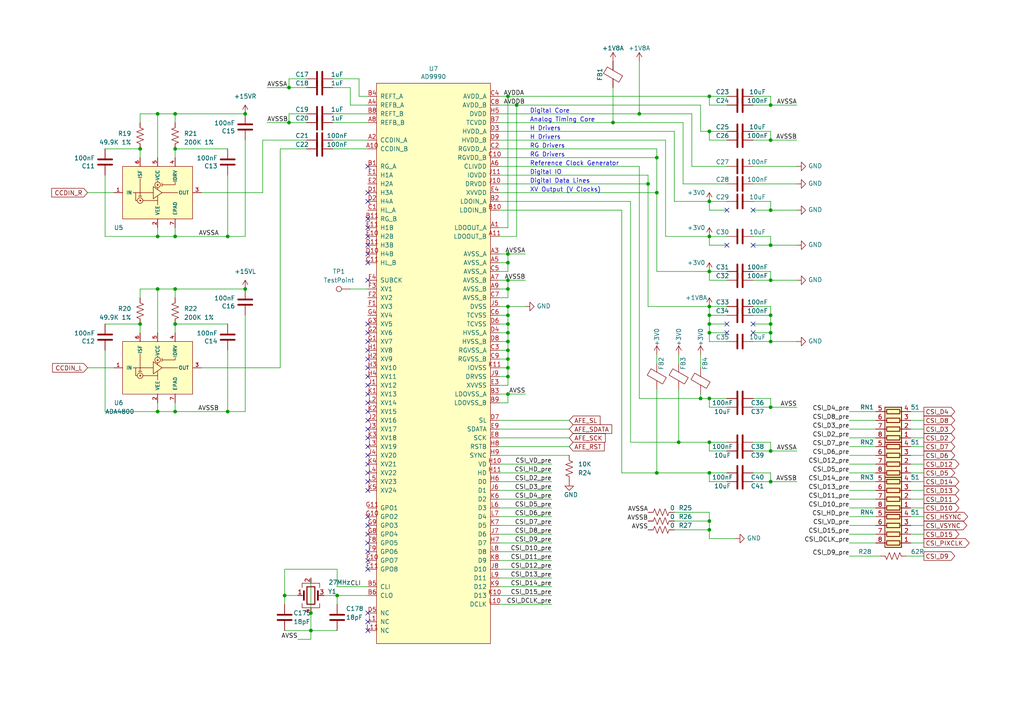
<source format=kicad_sch>
(kicad_sch (version 20231120) (generator "eeschema") (generator_version "8.0")
  (paper "A4")
  (title_block (title "AFE") (date "2024-06-09") (rev "R0.10") (company "Copyright 2024 Anhang Li, Wenting Zhang") (comment 2 "MERCHANTABILITY, SATISFACTORY QUALITY AND FITNESS FOR A PARTICULAR PURPOSE.") (comment 3 "This source is distributed WITHOUT ANY EXPRESS OR IMPLIED WARRANTY, INCLUDING OF") (comment 4 "This source describes Open Hardware and is licensed under the CERN-OHL-P v2."))
  (junction (at 147.32 101.6) (diameter 0.9144))
  (junction (at 83.82 35.56))
  (junction (at 83.82 25.4))
  (junction (at 50.8 119.38))
  (junction (at 45.72 119.38))
  (junction (at 90.17 177.8) (diameter 0.9144))
  (junction (at 223.52 40.64))
  (junction (at 149.86 30.48))
  (junction (at 223.52 99.06))
  (junction (at 147.32 81.28))
  (junction (at 90.17 182.88) (diameter 0.9144))
  (junction (at 223.52 91.44))
  (junction (at 205.74 78.74) (diameter 0.9144))
  (junction (at 147.32 109.22) (diameter 0.9144))
  (junction (at 40.64 43.18))
  (junction (at 205.74 96.52))
  (junction (at 185.42 33.02))
  (junction (at 223.52 96.52))
  (junction (at 223.52 139.7))
  (junction (at 203.2 115.57))
  (junction (at 147.32 106.68) (diameter 0.9144))
  (junction (at 147.32 83.82) (diameter 0.9144))
  (junction (at 205.74 128.27))
  (junction (at 205.74 151.13))
  (junction (at 66.04 119.38))
  (junction (at 223.52 118.11))
  (junction (at 196.85 128.27))
  (junction (at 190.5 137.16))
  (junction (at 50.8 68.58))
  (junction (at 205.74 115.57))
  (junction (at 45.72 33.02) (diameter 0.9144))
  (junction (at 223.52 71.12))
  (junction (at 190.5 45.72))
  (junction (at 147.32 73.66))
  (junction (at 40.64 93.98))
  (junction (at 205.74 38.1) (diameter 0.9144))
  (junction (at 147.32 99.06) (diameter 0.9144))
  (junction (at 190.5 55.88))
  (junction (at 177.8 35.56))
  (junction (at 147.32 93.98) (diameter 0.9144))
  (junction (at 223.52 130.81))
  (junction (at 205.74 91.44))
  (junction (at 147.32 88.9))
  (junction (at 205.74 153.67))
  (junction (at 71.12 33.02))
  (junction (at 147.32 114.3))
  (junction (at 205.74 68.58) (diameter 0.9144))
  (junction (at 71.12 83.82))
  (junction (at 223.52 81.28))
  (junction (at 147.32 96.52) (diameter 0.9144))
  (junction (at 50.8 93.98))
  (junction (at 50.8 43.18))
  (junction (at 66.04 68.58))
  (junction (at 97.79 172.72))
  (junction (at 187.96 53.34))
  (junction (at 205.74 93.98))
  (junction (at 147.32 91.44) (diameter 0.9144))
  (junction (at 50.8 33.02) (diameter 0.9144))
  (junction (at 205.74 137.16))
  (junction (at 45.72 83.82) (diameter 0.9144))
  (junction (at 223.52 93.98))
  (junction (at 147.32 104.14) (diameter 0.9144))
  (junction (at 205.74 27.94) (diameter 0.9144))
  (junction (at 147.32 76.2) (diameter 0.9144))
  (junction (at 147.32 27.94))
  (junction (at 223.52 30.48))
  (junction (at 45.72 68.58))
  (junction (at 205.74 88.9))
  (junction (at 223.52 60.96))
  (junction (at 82.55 172.72) (diameter 0.9144))
  (junction (at 50.8 83.82) (diameter 0.9144))
  (junction (at 205.74 58.42) (diameter 0.9144))
  (no_connect (at 106.68 121.92))
  (no_connect (at 106.68 160.02))
  (no_connect (at 106.68 119.38))
  (no_connect (at 106.68 132.08))
  (no_connect (at 106.68 73.66))
  (no_connect (at 106.68 142.24))
  (no_connect (at 106.68 137.16))
  (no_connect (at 106.68 154.94))
  (no_connect (at 106.68 106.68))
  (no_connect (at 106.68 96.52))
  (no_connect (at 218.44 60.96))
  (no_connect (at 106.68 55.88))
  (no_connect (at 106.68 149.86))
  (no_connect (at 106.68 152.4))
  (no_connect (at 106.68 114.3))
  (no_connect (at 106.68 93.98))
  (no_connect (at 106.68 58.42))
  (no_connect (at 106.68 127))
  (no_connect (at 106.68 139.7))
  (no_connect (at 210.82 60.96))
  (no_connect (at 106.68 109.22))
  (no_connect (at 106.68 165.1))
  (no_connect (at 218.44 93.98))
  (no_connect (at 106.68 129.54))
  (no_connect (at 106.68 182.88))
  (no_connect (at 218.44 71.12))
  (no_connect (at 106.68 104.14))
  (no_connect (at 106.68 99.06))
  (no_connect (at 106.68 134.62))
  (no_connect (at 106.68 157.48))
  (no_connect (at 106.68 63.5))
  (no_connect (at 106.68 66.04))
  (no_connect (at 106.68 68.58))
  (no_connect (at 106.68 76.2))
  (no_connect (at 106.68 48.26))
  (no_connect (at 106.68 81.28))
  (no_connect (at 106.68 101.6))
  (no_connect (at 106.68 177.8))
  (no_connect (at 106.68 180.34))
  (no_connect (at 210.82 71.12))
  (no_connect (at 106.68 111.76))
  (no_connect (at 106.68 124.46))
  (no_connect (at 106.68 116.84))
  (no_connect (at 210.82 96.52))
  (no_connect (at 106.68 71.12))
  (no_connect (at 106.68 162.56))
  (no_connect (at 218.44 96.52))
  (no_connect (at 210.82 93.98))
  (wire (pts (xy 45.72 68.58) (xy 30.48 68.58)))
  (wire (pts (xy 88.9 25.4) (xy 83.82 25.4)))
  (wire (pts (xy 147.32 104.14) (xy 147.32 106.68)))
  (wire (pts (xy 205.74 40.64) (xy 210.82 40.64)))
  (wire (pts (xy 147.32 73.66) (xy 144.78 73.66)))
  (wire (pts (xy 81.28 106.68) (xy 81.28 43.18)))
  (wire (pts (xy 90.17 167.64) (xy 90.17 177.8)))
  (wire (pts (xy 147.32 88.9) (xy 152.4 88.9)))
  (wire (pts (xy 218.44 71.12) (xy 223.52 71.12)))
  (wire (pts (xy 147.32 27.94) (xy 147.32 66.04)))
  (wire (pts (xy 96.52 22.86) (xy 104.14 22.86)))
  (wire (pts (xy 40.64 43.18) (xy 40.64 45.72)))
  (wire (pts (xy 144.78 53.34) (xy 187.96 53.34)))
  (wire (pts (xy 147.32 99.06) (xy 147.32 101.6)))
  (wire (pts (xy 205.74 115.57) (xy 205.74 118.11)))
  (wire (pts (xy 187.96 88.9) (xy 205.74 88.9)))
  (wire (pts (xy 264.16 152.4) (xy 267.97 152.4)))
  (wire (pts (xy 50.8 86.36) (xy 50.8 83.82)))
  (wire (pts (xy 223.52 38.1) (xy 223.52 40.64)))
  (wire (pts (xy 190.5 43.18) (xy 190.5 45.72)))
  (wire (pts (xy 147.32 78.74) (xy 147.32 76.2)))
  (wire (pts (xy 144.78 45.72) (xy 190.5 45.72)))
  (wire (pts (xy 45.72 33.02) (xy 50.8 33.02)))
  (wire (pts (xy 144.78 27.94) (xy 147.32 27.94)))
  (wire (pts (xy 50.8 35.56) (xy 50.8 33.02)))
  (wire (pts (xy 97.79 182.88) (xy 90.17 182.88)))
  (wire (pts (xy 40.64 35.56) (xy 40.64 33.02)))
  (wire (pts (xy 144.78 172.72) (xy 160.02 172.72)))
  (wire (pts (xy 25.4 106.68) (xy 33.02 106.68)))
  (wire (pts (xy 187.96 50.8) (xy 187.96 53.34)))
  (wire (pts (xy 144.78 114.3) (xy 147.32 114.3)))
  (wire (pts (xy 246.38 119.38) (xy 254 119.38)))
  (wire (pts (xy 193.04 68.58) (xy 193.04 40.64)))
  (wire (pts (xy 30.48 119.38) (xy 45.72 119.38)))
  (wire (pts (xy 97.79 172.72) (xy 106.68 172.72)))
  (wire (pts (xy 223.52 81.28) (xy 231.14 81.28)))
  (wire (pts (xy 223.52 91.44) (xy 223.52 93.98)))
  (wire (pts (xy 147.32 93.98) (xy 147.32 91.44)))
  (wire (pts (xy 58.42 55.88) (xy 76.2 55.88)))
  (wire (pts (xy 144.78 86.36) (xy 147.32 86.36)))
  (wire (pts (xy 144.78 160.02) (xy 160.02 160.02)))
  (wire (pts (xy 205.74 156.21) (xy 205.74 153.67)))
  (wire (pts (xy 144.78 38.1) (xy 195.58 38.1)))
  (wire (pts (xy 223.52 137.16) (xy 218.44 137.16)))
  (wire (pts (xy 223.52 78.74) (xy 223.52 81.28)))
  (wire (pts (xy 196.85 102.87) (xy 196.85 105.41)))
  (wire (pts (xy 66.04 50.8) (xy 66.04 68.58)))
  (wire (pts (xy 83.82 33.02) (xy 88.9 33.02)))
  (wire (pts (xy 147.32 106.68) (xy 147.32 109.22)))
  (wire (pts (xy 144.78 165.1) (xy 160.02 165.1)))
  (wire (pts (xy 147.32 96.52) (xy 147.32 93.98)))
  (wire (pts (xy 40.64 33.02) (xy 45.72 33.02)))
  (wire (pts (xy 246.38 154.94) (xy 254 154.94)))
  (wire (pts (xy 264.16 137.16) (xy 267.97 137.16)))
  (wire (pts (xy 144.78 81.28) (xy 147.32 81.28)))
  (wire (pts (xy 58.42 106.68) (xy 81.28 106.68)))
  (wire (pts (xy 246.38 137.16) (xy 254 137.16)))
  (wire (pts (xy 205.74 78.74) (xy 205.74 81.28)))
  (wire (pts (xy 165.1 132.08) (xy 144.78 132.08)))
  (wire (pts (xy 205.74 156.21) (xy 213.36 156.21)))
  (wire (pts (xy 50.8 116.84) (xy 50.8 119.38)))
  (wire (pts (xy 205.74 78.74) (xy 210.82 78.74)))
  (wire (pts (xy 223.52 30.48) (xy 231.14 30.48)))
  (wire (pts (xy 205.74 91.44) (xy 205.74 93.98)))
  (wire (pts (xy 200.66 48.26) (xy 210.82 48.26)))
  (wire (pts (xy 246.38 152.4) (xy 254 152.4)))
  (wire (pts (xy 147.32 114.3) (xy 152.4 114.3)))
  (wire (pts (xy 144.78 116.84) (xy 147.32 116.84)))
  (wire (pts (xy 96.52 43.18) (xy 106.68 43.18)))
  (wire (pts (xy 218.44 53.34) (xy 231.14 53.34)))
  (wire (pts (xy 147.32 78.74) (xy 144.78 78.74)))
  (wire (pts (xy 218.44 81.28) (xy 223.52 81.28)))
  (wire (pts (xy 190.5 113.03) (xy 190.5 137.16)))
  (wire (pts (xy 223.52 96.52) (xy 223.52 99.06)))
  (wire (pts (xy 205.74 88.9) (xy 210.82 88.9)))
  (wire (pts (xy 82.55 182.88) (xy 90.17 182.88)))
  (wire (pts (xy 144.78 66.04) (xy 147.32 66.04)))
  (wire (pts (xy 106.68 30.48) (xy 101.6 30.48)))
  (wire (pts (xy 223.52 128.27) (xy 218.44 128.27)))
  (wire (pts (xy 205.74 91.44) (xy 210.82 91.44)))
  (wire (pts (xy 144.78 147.32) (xy 160.02 147.32)))
  (wire (pts (xy 195.58 38.1) (xy 195.58 58.42)))
  (wire (pts (xy 246.38 124.46) (xy 254 124.46)))
  (wire (pts (xy 205.74 71.12) (xy 205.74 68.58)))
  (wire (pts (xy 177.8 25.4) (xy 177.8 35.56)))
  (wire (pts (xy 205.74 93.98) (xy 210.82 93.98)))
  (wire (pts (xy 88.9 35.56) (xy 83.82 35.56)))
  (wire (pts (xy 180.34 137.16) (xy 180.34 60.96)))
  (wire (pts (xy 177.8 35.56) (xy 198.12 35.56)))
  (wire (pts (xy 203.2 115.57) (xy 205.74 115.57)))
  (wire (pts (xy 218.44 40.64) (xy 223.52 40.64)))
  (wire (pts (xy 195.58 151.13) (xy 205.74 151.13)))
  (wire (pts (xy 101.6 25.4) (xy 96.52 25.4)))
  (wire (pts (xy 246.38 132.08) (xy 254 132.08)))
  (wire (pts (xy 165.1 124.46) (xy 144.78 124.46)))
  (wire (pts (xy 223.52 118.11) (xy 231.14 118.11)))
  (wire (pts (xy 205.74 27.94) (xy 210.82 27.94)))
  (wire (pts (xy 144.78 109.22) (xy 147.32 109.22)))
  (wire (pts (xy 205.74 96.52) (xy 205.74 99.06)))
  (wire (pts (xy 218.44 91.44) (xy 223.52 91.44)))
  (wire (pts (xy 90.17 185.42) (xy 90.17 182.88)))
  (wire (pts (xy 147.32 96.52) (xy 144.78 96.52)))
  (wire (pts (xy 50.8 119.38) (xy 66.04 119.38)))
  (wire (pts (xy 182.88 128.27) (xy 196.85 128.27)))
  (wire (pts (xy 223.52 88.9) (xy 223.52 91.44)))
  (wire (pts (xy 83.82 22.86) (xy 83.82 25.4)))
  (wire (pts (xy 205.74 88.9) (xy 205.74 91.44)))
  (wire (pts (xy 144.78 60.96) (xy 180.34 60.96)))
  (wire (pts (xy 45.72 116.84) (xy 45.72 119.38)))
  (wire (pts (xy 147.32 96.52) (xy 147.32 99.06)))
  (wire (pts (xy 223.52 139.7) (xy 231.14 139.7)))
  (wire (pts (xy 40.64 86.36) (xy 40.64 83.82)))
  (wire (pts (xy 223.52 40.64) (xy 231.14 40.64)))
  (wire (pts (xy 96.52 33.02) (xy 106.68 33.02)))
  (wire (pts (xy 205.74 153.67) (xy 195.58 153.67)))
  (wire (pts (xy 200.66 33.02) (xy 200.66 48.26)))
  (wire (pts (xy 205.74 38.1) (xy 210.82 38.1)))
  (wire (pts (xy 147.32 86.36) (xy 147.32 83.82)))
  (wire (pts (xy 66.04 43.18) (xy 50.8 43.18)))
  (wire (pts (xy 76.2 40.64) (xy 88.9 40.64)))
  (wire (pts (xy 86.36 185.42) (xy 90.17 185.42)))
  (wire (pts (xy 246.38 149.86) (xy 254 149.86)))
  (wire (pts (xy 147.32 73.66) (xy 152.4 73.66)))
  (wire (pts (xy 101.6 83.82) (xy 106.68 83.82)))
  (wire (pts (xy 198.12 53.34) (xy 210.82 53.34)))
  (wire (pts (xy 200.66 33.02) (xy 185.42 33.02)))
  (wire (pts (xy 264.16 132.08) (xy 267.97 132.08)))
  (wire (pts (xy 45.72 66.04) (xy 45.72 68.58)))
  (wire (pts (xy 218.44 38.1) (xy 223.52 38.1)))
  (wire (pts (xy 97.79 170.18) (xy 106.68 170.18)))
  (wire (pts (xy 264.16 119.38) (xy 267.97 119.38)))
  (wire (pts (xy 218.44 78.74) (xy 223.52 78.74)))
  (wire (pts (xy 30.48 93.98) (xy 40.64 93.98)))
  (wire (pts (xy 71.12 91.44) (xy 71.12 119.38)))
  (wire (pts (xy 218.44 88.9) (xy 223.52 88.9)))
  (wire (pts (xy 223.52 130.81) (xy 223.52 128.27)))
  (wire (pts (xy 144.78 157.48) (xy 160.02 157.48)))
  (wire (pts (xy 205.74 96.52) (xy 210.82 96.52)))
  (wire (pts (xy 90.17 177.8) (xy 90.17 182.88)))
  (wire (pts (xy 264.16 121.92) (xy 267.97 121.92)))
  (wire (pts (xy 45.72 96.52) (xy 45.72 83.82)))
  (wire (pts (xy 218.44 139.7) (xy 223.52 139.7)))
  (wire (pts (xy 144.78 55.88) (xy 190.5 55.88)))
  (wire (pts (xy 50.8 66.04) (xy 50.8 68.58)))
  (wire (pts (xy 144.78 152.4) (xy 160.02 152.4)))
  (wire (pts (xy 144.78 43.18) (xy 190.5 43.18)))
  (wire (pts (xy 144.78 68.58) (xy 149.86 68.58)))
  (wire (pts (xy 190.5 55.88) (xy 190.5 78.74)))
  (wire (pts (xy 147.32 91.44) (xy 147.32 88.9)))
  (wire (pts (xy 223.52 71.12) (xy 231.14 71.12)))
  (wire (pts (xy 246.38 127) (xy 254 127)))
  (wire (pts (xy 40.64 93.98) (xy 40.64 96.52)))
  (wire (pts (xy 144.78 139.7) (xy 160.02 139.7)))
  (wire (pts (xy 147.32 91.44) (xy 144.78 91.44)))
  (wire (pts (xy 246.38 134.62) (xy 254 134.62)))
  (wire (pts (xy 218.44 93.98) (xy 223.52 93.98)))
  (wire (pts (xy 149.86 68.58) (xy 149.86 30.48)))
  (wire (pts (xy 180.34 137.16) (xy 190.5 137.16)))
  (wire (pts (xy 264.16 129.54) (xy 267.97 129.54)))
  (wire (pts (xy 147.32 27.94) (xy 205.74 27.94)))
  (wire (pts (xy 205.74 68.58) (xy 210.82 68.58)))
  (wire (pts (xy 190.5 78.74) (xy 205.74 78.74)))
  (wire (pts (xy 182.88 58.42) (xy 182.88 128.27)))
  (wire (pts (xy 246.38 157.48) (xy 254 157.48)))
  (wire (pts (xy 185.42 17.78) (xy 185.42 33.02)))
  (wire (pts (xy 144.78 104.14) (xy 147.32 104.14)))
  (wire (pts (xy 30.48 68.58) (xy 30.48 50.8)))
  (wire (pts (xy 205.74 137.16) (xy 210.82 137.16)))
  (wire (pts (xy 223.52 60.96) (xy 231.14 60.96)))
  (wire (pts (xy 190.5 102.87) (xy 190.5 105.41)))
  (wire (pts (xy 205.74 68.58) (xy 193.04 68.58)))
  (wire (pts (xy 144.78 88.9) (xy 147.32 88.9)))
  (wire (pts (xy 40.64 83.82) (xy 45.72 83.82)))
  (wire (pts (xy 144.78 144.78) (xy 160.02 144.78)))
  (wire (pts (xy 203.2 38.1) (xy 205.74 38.1)))
  (wire (pts (xy 147.32 106.68) (xy 144.78 106.68)))
  (wire (pts (xy 144.78 162.56) (xy 160.02 162.56)))
  (wire (pts (xy 205.74 58.42) (xy 210.82 58.42)))
  (wire (pts (xy 205.74 93.98) (xy 205.74 96.52)))
  (wire (pts (xy 223.52 139.7) (xy 223.52 137.16)))
  (wire (pts (xy 144.78 48.26) (xy 185.42 48.26)))
  (wire (pts (xy 30.48 43.18) (xy 40.64 43.18)))
  (wire (pts (xy 246.38 121.92) (xy 254 121.92)))
  (wire (pts (xy 86.36 172.72) (xy 82.55 172.72)))
  (wire (pts (xy 147.32 101.6) (xy 144.78 101.6)))
  (wire (pts (xy 223.52 58.42) (xy 223.52 60.96)))
  (wire (pts (xy 196.85 128.27) (xy 205.74 128.27)))
  (wire (pts (xy 246.38 161.29) (xy 255.27 161.29)))
  (wire (pts (xy 210.82 139.7) (xy 205.74 139.7)))
  (wire (pts (xy 196.85 113.03) (xy 196.85 128.27)))
  (wire (pts (xy 218.44 99.06) (xy 223.52 99.06)))
  (wire (pts (xy 223.52 99.06) (xy 231.14 99.06)))
  (wire (pts (xy 190.5 45.72) (xy 190.5 55.88)))
  (wire (pts (xy 45.72 83.82) (xy 50.8 83.82)))
  (wire (pts (xy 77.47 35.56) (xy 83.82 35.56)))
  (wire (pts (xy 190.5 137.16) (xy 205.74 137.16)))
  (wire (pts (xy 96.52 40.64) (xy 106.68 40.64)))
  (wire (pts (xy 223.52 115.57) (xy 218.44 115.57)))
  (wire (pts (xy 25.4 55.88) (xy 33.02 55.88)))
  (wire (pts (xy 50.8 33.02) (xy 71.12 33.02)))
  (wire (pts (xy 144.78 99.06) (xy 147.32 99.06)))
  (wire (pts (xy 147.32 111.76) (xy 144.78 111.76)))
  (wire (pts (xy 210.82 60.96) (xy 205.74 60.96)))
  (wire (pts (xy 223.52 27.94) (xy 223.52 30.48)))
  (wire (pts (xy 205.74 128.27) (xy 210.82 128.27)))
  (wire (pts (xy 147.32 81.28) (xy 152.4 81.28)))
  (wire (pts (xy 193.04 40.64) (xy 144.78 40.64)))
  (wire (pts (xy 147.32 83.82) (xy 144.78 83.82)))
  (wire (pts (xy 205.74 60.96) (xy 205.74 58.42)))
  (wire (pts (xy 144.78 170.18) (xy 160.02 170.18)))
  (wire (pts (xy 45.72 119.38) (xy 50.8 119.38)))
  (wire (pts (xy 144.78 137.16) (xy 160.02 137.16)))
  (wire (pts (xy 264.16 139.7) (xy 267.97 139.7)))
  (wire (pts (xy 246.38 129.54) (xy 254 129.54)))
  (wire (pts (xy 144.78 33.02) (xy 185.42 33.02)))
  (wire (pts (xy 218.44 30.48) (xy 223.52 30.48)))
  (wire (pts (xy 149.86 30.48) (xy 203.2 30.48)))
  (wire (pts (xy 165.1 129.54) (xy 144.78 129.54)))
  (wire (pts (xy 264.16 127) (xy 267.97 127)))
  (wire (pts (xy 144.78 35.56) (xy 177.8 35.56)))
  (wire (pts (xy 205.74 137.16) (xy 205.74 139.7)))
  (wire (pts (xy 218.44 130.81) (xy 223.52 130.81)))
  (wire (pts (xy 205.74 148.59) (xy 205.74 151.13)))
  (wire (pts (xy 223.52 130.81) (xy 231.14 130.81)))
  (wire (pts (xy 30.48 119.38) (xy 30.48 101.6)))
  (wire (pts (xy 210.82 99.06) (xy 205.74 99.06)))
  (wire (pts (xy 144.78 50.8) (xy 187.96 50.8)))
  (wire (pts (xy 144.78 167.64) (xy 160.02 167.64)))
  (wire (pts (xy 203.2 102.87) (xy 203.2 106.68)))
  (wire (pts (xy 82.55 172.72) (xy 82.55 175.26)))
  (wire (pts (xy 262.89 161.29) (xy 267.97 161.29)))
  (wire (pts (xy 264.16 144.78) (xy 267.97 144.78)))
  (wire (pts (xy 82.55 165.1) (xy 97.79 165.1)))
  (wire (pts (xy 66.04 68.58) (xy 50.8 68.58)))
  (wire (pts (xy 185.42 48.26) (xy 185.42 115.57)))
  (wire (pts (xy 264.16 149.86) (xy 267.97 149.86)))
  (wire (pts (xy 205.74 38.1) (xy 205.74 40.64)))
  (wire (pts (xy 144.78 149.86) (xy 160.02 149.86)))
  (wire (pts (xy 45.72 45.72) (xy 45.72 33.02)))
  (wire (pts (xy 144.78 142.24) (xy 160.02 142.24)))
  (wire (pts (xy 210.82 81.28) (xy 205.74 81.28)))
  (wire (pts (xy 88.9 43.18) (xy 81.28 43.18)))
  (wire (pts (xy 147.32 109.22) (xy 147.32 111.76)))
  (wire (pts (xy 218.44 58.42) (xy 223.52 58.42)))
  (wire (pts (xy 205.74 115.57) (xy 210.82 115.57)))
  (wire (pts (xy 205.74 151.13) (xy 205.74 153.67)))
  (wire (pts (xy 218.44 118.11) (xy 223.52 118.11)))
  (wire (pts (xy 218.44 68.58) (xy 223.52 68.58)))
  (wire (pts (xy 203.2 30.48) (xy 203.2 38.1)))
  (wire (pts (xy 187.96 53.34) (xy 187.96 88.9)))
  (wire (pts (xy 195.58 58.42) (xy 205.74 58.42)))
  (wire (pts (xy 50.8 93.98) (xy 50.8 96.52)))
  (wire (pts (xy 218.44 48.26) (xy 231.14 48.26)))
  (wire (pts (xy 144.78 93.98) (xy 147.32 93.98)))
  (wire (pts (xy 218.44 96.52) (xy 223.52 96.52)))
  (wire (pts (xy 71.12 68.58) (xy 66.04 68.58)))
  (wire (pts (xy 246.38 142.24) (xy 254 142.24)))
  (wire (pts (xy 264.16 157.48) (xy 267.97 157.48)))
  (wire (pts (xy 76.2 55.88) (xy 76.2 40.64)))
  (wire (pts (xy 77.47 25.4) (xy 83.82 25.4)))
  (wire (pts (xy 147.32 83.82) (xy 147.32 81.28)))
  (wire (pts (xy 147.32 76.2) (xy 147.32 73.66)))
  (wire (pts (xy 144.78 58.42) (xy 182.88 58.42)))
  (wire (pts (xy 83.82 33.02) (xy 83.82 35.56)))
  (wire (pts (xy 223.52 93.98) (xy 223.52 96.52)))
  (wire (pts (xy 144.78 175.26) (xy 160.02 175.26)))
  (wire (pts (xy 71.12 40.64) (xy 71.12 68.58)))
  (wire (pts (xy 210.82 130.81) (xy 205.74 130.81)))
  (wire (pts (xy 96.52 35.56) (xy 106.68 35.56)))
  (wire (pts (xy 218.44 60.96) (xy 223.52 60.96)))
  (wire (pts (xy 88.9 22.86) (xy 83.82 22.86)))
  (wire (pts (xy 50.8 43.18) (xy 50.8 45.72)))
  (wire (pts (xy 264.16 124.46) (xy 267.97 124.46)))
  (wire (pts (xy 264.16 142.24) (xy 267.97 142.24)))
  (wire (pts (xy 218.44 27.94) (xy 223.52 27.94)))
  (wire (pts (xy 185.42 115.57) (xy 203.2 115.57)))
  (wire (pts (xy 205.74 30.48) (xy 205.74 27.94)))
  (wire (pts (xy 210.82 118.11) (xy 205.74 118.11)))
  (wire (pts (xy 144.78 134.62) (xy 160.02 134.62)))
  (wire (pts (xy 106.68 27.94) (xy 104.14 27.94)))
  (wire (pts (xy 97.79 172.72) (xy 97.79 175.26)))
  (wire (pts (xy 82.55 165.1) (xy 82.55 172.72)))
  (wire (pts (xy 66.04 101.6) (xy 66.04 119.38)))
  (wire (pts (xy 223.52 118.11) (xy 223.52 115.57)))
  (wire (pts (xy 93.98 172.72) (xy 97.79 172.72)))
  (wire (pts (xy 210.82 71.12) (xy 205.74 71.12)))
  (wire (pts (xy 97.79 165.1) (xy 97.79 170.18)))
  (wire (pts (xy 144.78 30.48) (xy 149.86 30.48)))
  (wire (pts (xy 264.16 134.62) (xy 267.97 134.62)))
  (wire (pts (xy 147.32 101.6) (xy 147.32 104.14)))
  (wire (pts (xy 104.14 27.94) (xy 104.14 22.86)))
  (wire (pts (xy 144.78 76.2) (xy 147.32 76.2)))
  (wire (pts (xy 264.16 147.32) (xy 267.97 147.32)))
  (wire (pts (xy 50.8 68.58) (xy 45.72 68.58)))
  (wire (pts (xy 210.82 30.48) (xy 205.74 30.48)))
  (wire (pts (xy 246.38 144.78) (xy 254 144.78)))
  (wire (pts (xy 71.12 119.38) (xy 66.04 119.38)))
  (wire (pts (xy 198.12 53.34) (xy 198.12 35.56)))
  (wire (pts (xy 50.8 83.82) (xy 71.12 83.82)))
  (wire (pts (xy 246.38 139.7) (xy 254 139.7)))
  (wire (pts (xy 147.32 114.3) (xy 147.32 116.84)))
  (wire (pts (xy 203.2 114.3) (xy 203.2 115.57)))
  (wire (pts (xy 205.74 128.27) (xy 205.74 130.81)))
  (wire (pts (xy 264.16 154.94) (xy 267.97 154.94)))
  (wire (pts (xy 223.52 68.58) (xy 223.52 71.12)))
  (wire (pts (xy 195.58 148.59) (xy 205.74 148.59)))
  (wire (pts (xy 101.6 30.48) (xy 101.6 25.4)))
  (wire (pts (xy 144.78 154.94) (xy 160.02 154.94)))
  (wire (pts (xy 165.1 121.92) (xy 144.78 121.92)))
  (wire (pts (xy 246.38 147.32) (xy 254 147.32)))
  (wire (pts (xy 165.1 127) (xy 144.78 127)))
  (wire (pts (xy 66.04 93.98) (xy 50.8 93.98)))
  (text "RG Drivers" (at 153.67 43.18 0) (effects (font (size 1.27 1.27)) (justify left bottom)))
  (text "Digital Data Lines" (at 153.67 53.34 0) (effects (font (size 1.27 1.27)) (justify left bottom)))
  (text "Digital Core" (at 153.67 33.02 0) (effects (font (size 1.27 1.27)) (justify left bottom)))
  (text "Digital IO" (at 153.67 50.8 0) (effects (font (size 1.27 1.27)) (justify left bottom)))
  (text "Reference Clock Generator" (at 153.67 48.26 0) (effects (font (size 1.27 1.27)) (justify left bottom)))
  (text "H Drivers" (at 153.67 38.1 0) (effects (font (size 1.27 1.27)) (justify left bottom)))
  (text "H Drivers" (at 153.67 40.64 0) (effects (font (size 1.27 1.27)) (justify left bottom)))
  (text "RG Drivers" (at 153.67 45.72 0) (effects (font (size 1.27 1.27)) (justify left bottom)))
  (text "Analog Timing Core" (at 153.67 35.56 0) (effects (font (size 1.27 1.27)) (justify left bottom)))
  (text "XV Output (V Clocks)" (at 153.67 55.88 0) (effects (font (size 1.27 1.27)) (justify left bottom)))
  (label "CSI_D15_pre" (at 160.02 172.72 180))
  (label "AVSSB" (at 77.47 35.56 0))
  (label "CSI_D4_pre" (at 160.02 144.78 180))
  (label "CSI_D5_pre" (at 160.02 147.32 180))
  (label "AVDDA" (at 146.05 27.94 0))
  (label "CSI_D6_pre" (at 246.38 132.08 180))
  (label "CLI" (at 101.6 170.18 0))
  (label "AVSSA" (at 77.47 25.4 0))
  (label "CSI_D11_pre" (at 246.38 144.78 180))
  (label "CSI_D13_pre" (at 160.02 167.64 180))
  (label "CSI_D6_pre" (at 160.02 149.86 180))
  (label "CSI_D8_pre" (at 246.38 121.92 180))
  (label "AVSS" (at 86.36 185.42 180))
  (label "CSI_D14_pre" (at 160.02 170.18 180))
  (label "CSI_D14_pre" (at 246.38 139.7 180))
  (label "CSI_D3_pre" (at 160.02 142.24 180))
  (label "AVSSB" (at 187.96 151.13 180))
  (label "AVSS" (at 231.14 118.11 180))
  (label "CSI_D2_pre" (at 246.38 127 180))
  (label "CSI_D10_pre" (at 160.02 160.02 180))
  (label "CSI_DCLK_pre" (at 246.38 157.48 180))
  (label "AVSSB" (at 152.4 81.28 180))
  (label "CSI_D9_pre" (at 160.02 157.48 180))
  (label "AVSSA" (at 152.4 73.66 180))
  (label "CSI_D5_pre" (at 246.38 137.16 180))
  (label "AVSSA" (at 231.14 130.81 180))
  (label "AVDDB" (at 146.05 30.48 0))
  (label "CSI_HD_pre" (at 160.02 137.16 180))
  (label "AVSSB" (at 231.14 139.7 180))
  (label "CSI_HD_pre" (at 246.38 149.86 180))
  (label "AVSSA" (at 187.96 148.59 180))
  (label "AVSSB" (at 231.14 40.64 180))
  (label "AVSSA" (at 63.5 68.58 180))
  (label "AVSS" (at 187.96 153.67 180))
  (label "AVSSB" (at 63.5 119.38 180))
  (label "CSI_VD_pre" (at 246.38 152.4 180))
  (label "CSI_D13_pre" (at 246.38 142.24 180))
  (label "CSI_D2_pre" (at 160.02 139.7 180))
  (label "CSI_D3_pre" (at 246.38 124.46 180))
  (label "CSI_D11_pre" (at 160.02 162.56 180))
  (label "AVSS" (at 152.4 114.3 180))
  (label "CSI_D7_pre" (at 160.02 152.4 180))
  (label "CSI_D8_pre" (at 160.02 154.94 180))
  (label "CSI_D9_pre" (at 246.38 161.29 180))
  (label "CSI_D12_pre" (at 160.02 165.1 180))
  (label "CSI_DCLK_pre" (at 160.02 175.26 180))
  (label "CSI_VD_pre" (at 160.02 134.62 180))
  (label "CSI_D10_pre" (at 246.38 147.32 180))
  (label "AVSSA" (at 231.14 30.48 180))
  (label "CSI_D12_pre" (at 246.38 134.62 180))
  (label "CSI_D15_pre" (at 246.38 154.94 180))
  (label "CSI_D4_pre" (at 246.38 119.38 180))
  (label "CSI_D7_pre" (at 246.38 129.54 180))
  (global_label "AFE_RST" (shape input) (at 165.1 129.54 0) (property "Intersheetrefs" "${INTERSHEET_REFS}" (effects (hide yes))))
  (global_label "CSI_D9" (shape output) (at 267.97 161.29 0) (property "Intersheetrefs" "${INTERSHEET_REFS}" (effects (hide yes))))
  (global_label "CSI_D4" (shape output) (at 267.97 119.38 0) (property "Intersheetrefs" "${INTERSHEET_REFS}" (effects (hide yes))))
  (global_label "AFE_SL" (shape input) (at 165.1 121.92 0) (property "Intersheetrefs" "${INTERSHEET_REFS}" (effects (hide yes))))
  (global_label "AFE_SDATA" (shape input) (at 165.1 124.46 0) (property "Intersheetrefs" "${INTERSHEET_REFS}" (effects (hide yes))))
  (global_label "CSI_PIXCLK" (shape output) (at 267.97 157.48 0) (property "Intersheetrefs" "${INTERSHEET_REFS}" (effects (hide yes))))
  (global_label "CSI_D2" (shape output) (at 267.97 127 0) (property "Intersheetrefs" "${INTERSHEET_REFS}" (effects (hide yes))))
  (global_label "CSI_D3" (shape output) (at 267.97 124.46 0) (property "Intersheetrefs" "${INTERSHEET_REFS}" (effects (hide yes))))
  (global_label "CSI_HSYNC" (shape output) (at 267.97 149.86 0) (property "Intersheetrefs" "${INTERSHEET_REFS}" (effects (hide yes))))
  (global_label "CSI_D13" (shape output) (at 267.97 142.24 0) (property "Intersheetrefs" "${INTERSHEET_REFS}" (effects (hide yes))))
  (global_label "CSI_D15" (shape output) (at 267.97 154.94 0) (property "Intersheetrefs" "${INTERSHEET_REFS}" (effects (hide yes))))
  (global_label "CSI_D12" (shape output) (at 267.97 134.62 0) (property "Intersheetrefs" "${INTERSHEET_REFS}" (effects (hide yes))))
  (global_label "CSI_D5" (shape output) (at 267.97 137.16 0) (property "Intersheetrefs" "${INTERSHEET_REFS}" (effects (hide yes))))
  (global_label "CSI_D6" (shape output) (at 267.97 132.08 0) (property "Intersheetrefs" "${INTERSHEET_REFS}" (effects (hide yes))))
  (global_label "CCDIN_L" (shape input) (at 25.4 106.68 180) (property "Intersheetrefs" "${INTERSHEET_REFS}" (effects (hide yes))))
  (global_label "CSI_D7" (shape output) (at 267.97 129.54 0) (property "Intersheetrefs" "${INTERSHEET_REFS}" (effects (hide yes))))
  (global_label "CSI_D8" (shape output) (at 267.97 121.92 0) (property "Intersheetrefs" "${INTERSHEET_REFS}" (effects (hide yes))))
  (global_label "CCDIN_R" (shape input) (at 25.4 55.88 180) (property "Intersheetrefs" "${INTERSHEET_REFS}" (effects (hide yes))))
  (global_label "CSI_D14" (shape output) (at 267.97 139.7 0) (property "Intersheetrefs" "${INTERSHEET_REFS}" (effects (hide yes))))
  (global_label "CSI_VSYNC" (shape output) (at 267.97 152.4 0) (property "Intersheetrefs" "${INTERSHEET_REFS}" (effects (hide yes))))
  (global_label "CSI_D10" (shape output) (at 267.97 147.32 0) (property "Intersheetrefs" "${INTERSHEET_REFS}" (effects (hide yes))))
  (global_label "AFE_SCK" (shape input) (at 165.1 127 0) (property "Intersheetrefs" "${INTERSHEET_REFS}" (effects (hide yes))))
  (global_label "CSI_D11" (shape output) (at 267.97 144.78 0) (property "Intersheetrefs" "${INTERSHEET_REFS}" (effects (hide yes))))
  (symbol (lib_id "Device:R_US") (at 40.64 39.37 0) (unit 1)
    (property "Reference" "R19" (at 38.1 38.735 0) (effects (justify right)))
    (property "Value" "49.9K 1%" (at 38.1 41.275 0) (effects (justify right)))
    (property "Footprint" "Resistor_SMD:R_0402_1005Metric" (effects (hide yes)))
  )
  (symbol (lib_id "Device:C") (at 214.63 27.94 270) (unit 1)
    (property "Reference" "C23" (at 209.55 26.67 90))
    (property "Value" "10uF" (at 219.71 26.67 90))
    (property "Footprint" "Capacitor_SMD:C_0603_1608Metric" (effects (hide yes)))
  )
  (symbol (lib_id "power:+1V8") (at 177.8 17.78 0) (unit 1)
    (property "Reference" "#PWR048" (effects (hide yes)))
    (property "Value" "+1V8A" (at 177.8 13.97 0))
  )
  (symbol (lib_id "Device:C") (at 214.63 137.16 90) (unit 1)
    (property "Reference" "C40" (at 219.71 138.43 90))
    (property "Value" "100nF" (at 209.55 138.43 90))
    (property "Footprint" "Capacitor_SMD:C_0402_1005Metric" (effects (hide yes)))
  )
  (symbol (lib_id "power:GND") (at 165.1 139.7 0) (unit 1)
    (property "Reference" "#PWR047" (effects (hide yes)))
    (property "Value" "GND" (at 167.64 143.51 0) (effects (justify right)))
  )
  (symbol (lib_id "Device:C") (at 92.71 22.86 270) (unit 1)
    (property "Reference" "C17" (at 87.63 21.59 90))
    (property "Value" "1uF" (at 97.79 21.59 90))
    (property "Footprint" "Capacitor_SMD:C_0402_1005Metric" (effects (hide yes)))
  )
  (symbol (lib_id "power:GND") (at 231.14 81.28 90) (unit 1)
    (property "Reference" "#PWR0286" (effects (hide yes)))
    (property "Value" "GND" (at 234.3912 81.153 90) (effects (justify right)))
  )
  (symbol (lib_id "Device:C") (at 214.63 53.34 270) (unit 1)
    (property "Reference" "C28" (at 209.55 52.07 90))
    (property "Value" "100nF" (at 219.71 52.07 90))
    (property "Footprint" "Capacitor_SMD:C_0402_1005Metric" (effects (hide yes)))
  )
  (symbol (lib_id "Device:C") (at 66.04 46.99 0) (unit 1)
    (property "Reference" "C13" (at 63.119 48.1584 0) (effects (justify right)))
    (property "Value" "100nF" (at 63.119 45.847 0) (effects (justify right)))
    (property "Footprint" "Capacitor_SMD:C_0402_1005Metric" (effects (hide yes)))
  )
  (symbol (lib_id "power:+3V0") (at 203.2 102.87 0) (unit 1)
    (property "Reference" "#PWR052" (effects (hide yes)))
    (property "Value" "+3V0" (at 203.2 97.79 90))
  )
  (symbol (lib_id "Device:FerriteBead") (at 190.5 109.22 0) (unit 1)
    (property "Reference" "FB2" (at 191.77 105.41 90))
    (property "Value" "120R" (effects (hide yes)))
    (property "Footprint" "Inductor_SMD:L_0402_1005Metric" (effects (hide yes)))
  )
  (symbol (lib_id "Device:R_Pack04") (at 259.08 132.08 90) (unit 1)
    (property "Reference" "RN2" (at 251.46 128.27 90))
    (property "Value" "51" (at 265.43 128.27 90))
    (property "Footprint" "Resistor_SMD:R_Array_Convex_4x0402" (effects (hide yes)))
  )
  (symbol (lib_id "Device:FerriteBead") (at 203.2 110.49 0) (unit 1)
    (property "Reference" "FB4" (at 204.47 105.41 90))
    (property "Value" "120R" (effects (hide yes)))
    (property "Footprint" "Inductor_SMD:L_0402_1005Metric" (effects (hide yes)))
  )
  (symbol (lib_id "power:GND") (at 231.14 53.34 90) (unit 1)
    (property "Reference" "#PWR057" (effects (hide yes)))
    (property "Value" "GND" (at 234.3912 53.213 90) (effects (justify right)))
  )
  (symbol (lib_id "power:+3V0") (at 190.5 102.87 0) (unit 1)
    (property "Reference" "#PWR050" (effects (hide yes)))
    (property "Value" "+3V0" (at 190.5 97.79 90))
  )
  (symbol (lib_id "Device:C") (at 214.63 118.11 90) (unit 1)
    (property "Reference" "C37" (at 219.71 119.38 90))
    (property "Value" "10uF" (at 209.55 119.38 90))
    (property "Footprint" "Capacitor_SMD:C_0603_1608Metric" (effects (hide yes)))
  )
  (symbol (lib_id "Device:C") (at 30.48 97.79 0) (unit 1)
    (property "Reference" "C12" (at 27.559 98.9584 0) (effects (justify right)))
    (property "Value" "100nF" (at 27.559 96.647 0) (effects (justify right)))
    (property "Footprint" "Capacitor_SMD:C_0402_1005Metric" (effects (hide yes)))
  )
  (symbol (lib_id "Device:FerriteBead") (at 196.85 109.22 0) (unit 1)
    (property "Reference" "FB3" (at 198.12 105.41 90))
    (property "Value" "120R" (effects (hide yes)))
    (property "Footprint" "Inductor_SMD:L_0402_1005Metric" (effects (hide yes)))
  )
  (symbol (lib_id "power:+1V8") (at 185.42 17.78 0) (unit 1)
    (property "Reference" "#PWR049" (effects (hide yes)))
    (property "Value" "+1V8A" (at 185.42 13.97 0))
  )
  (symbol (lib_id "Device:R_US") (at 50.8 39.37 0) (mirror y) (unit 1)
    (property "Reference" "R21" (at 53.34 38.735 0) (effects (justify right)))
    (property "Value" "200K 1%" (at 53.34 41.275 0) (effects (justify right)))
    (property "Footprint" "Resistor_SMD:R_0402_1005Metric" (effects (hide yes)))
  )
  (symbol (lib_id "power:GND") (at 213.36 156.21 90) (unit 1)
    (property "Reference" "#PWR061" (effects (hide yes)))
    (property "Value" "GND" (at 216.6112 156.083 90) (effects (justify right)))
  )
  (symbol (lib_id "symbols:+15VR") (at 71.12 33.02 0) (unit 1)
    (property "Reference" "#PWR044" (effects (hide yes)))
    (property "Value" "+15VR" (at 71.12 27.94 0))
  )
  (symbol (lib_id "power:GND") (at 231.14 60.96 90) (unit 1)
    (property "Reference" "#PWR058" (effects (hide yes)))
    (property "Value" "GND" (at 234.3912 60.833 90) (effects (justify right)))
  )
  (symbol (lib_id "power:+3V0") (at 196.85 102.87 0) (unit 1)
    (property "Reference" "#PWR051" (effects (hide yes)))
    (property "Value" "+3V0" (at 196.85 97.79 90))
  )
  (symbol (lib_id "Sitina:AD9990") (at 124.46 63.5 0) (unit 1)
    (property "Reference" "U7" (at 125.73 19.939 0))
    (property "Value" "AD9990" (at 125.73 22.2504 0))
    (property "Footprint" "footprints:BGA-112_11x11_8.0x8.0mm" (effects (hide yes)))
  )
  (symbol (lib_id "Device:C") (at 97.79 179.07 0) (mirror x) (unit 1)
    (property "Reference" "C178" (at 100.33 176.53 0) (effects (justify left)))
    (property "Value" "18pF" (at 100.33 179.07 0) (effects (justify left)))
    (property "Footprint" "Capacitor_SMD:C_0402_1005Metric" (effects (hide yes)))
  )
  (symbol (lib_id "Device:R_US") (at 191.77 153.67 90) (unit 1)
    (property "Reference" "R27" (at 196.85 152.4 90) (effects (justify right)))
    (property "Value" "0" (at 194.31 152.4 90) (effects (justify right)))
    (property "Footprint" "Resistor_SMD:R_0402_1005Metric" (effects (hide yes)))
  )
  (symbol (lib_id "Device:C") (at 214.63 58.42 270) (unit 1)
    (property "Reference" "C29" (at 209.55 57.15 90))
    (property "Value" "10uF" (at 219.71 57.15 90))
    (property "Footprint" "Capacitor_SMD:C_0603_1608Metric" (effects (hide yes)))
  )
  (symbol (lib_id "power:+3V0") (at 205.74 58.42 0) (unit 1)
    (property "Reference" "#PWR053" (effects (hide yes)))
    (property "Value" "+3V0" (at 201.93 55.88 0))
  )
  (symbol (lib_id "Device:C") (at 214.63 78.74 270) (unit 1)
    (property "Reference" "C31" (at 209.55 77.47 90))
    (property "Value" "100nF" (at 219.71 77.47 90))
    (property "Footprint" "Capacitor_SMD:C_0402_1005Metric" (effects (hide yes)))
  )
  (symbol (lib_id "Sitina:ADA4800") (at 45.72 38.1 0) (unit 1)
    (property "Reference" "U5" (at 33.02 66.04 0) (effects (justify left)))
    (property "Value" "ADA4800" (effects (hide yes)))
    (property "Footprint" "footprints:DFN-6-1EP_1.6x1.6mm_P0.5mm_EP0.5x1.05mm" (effects (hide yes)))
  )
  (symbol (lib_id "power:GND") (at 231.14 48.26 90) (unit 1)
    (property "Reference" "#PWR056" (effects (hide yes)))
    (property "Value" "GND" (at 234.3912 48.133 90) (effects (justify right)))
  )
  (symbol (lib_id "Device:C") (at 30.48 46.99 0) (unit 1)
    (property "Reference" "C11" (at 27.559 48.1584 0) (effects (justify right)))
    (property "Value" "100nF" (at 27.559 45.847 0) (effects (justify right)))
    (property "Footprint" "Capacitor_SMD:C_0402_1005Metric" (effects (hide yes)))
  )
  (symbol (lib_id "Device:FerriteBead") (at 177.8 21.59 180) (unit 1)
    (property "Reference" "FB1" (at 173.99 21.59 90))
    (property "Value" "120R" (effects (hide yes)))
    (property "Footprint" "Inductor_SMD:L_0402_1005Metric" (effects (hide yes)))
  )
  (symbol (lib_id "Connector:TestPoint") (at 101.6 83.82 90) (unit 1)
    (property "Reference" "TP1" (at 98.298 78.74 90))
    (property "Value" "TestPoint" (at 98.298 81.28 90))
    (property "Footprint" "TestPoint:TestPoint_Pad_D1.0mm" (effects (hide yes)))
    (property "Description" "test point" (effects (hide yes)))
  )
  (symbol (lib_id "Device:R_US") (at 191.77 151.13 90) (unit 1)
    (property "Reference" "R26" (at 196.85 149.86 90) (effects (justify right)))
    (property "Value" "0" (at 194.31 149.86 90) (effects (justify right)))
    (property "Footprint" "Resistor_SMD:R_0402_1005Metric" (effects (hide yes)))
  )
  (symbol (lib_id "Device:C") (at 82.55 179.07 0) (mirror x) (unit 1)
    (property "Reference" "C175" (at 85.09 177.8 0) (effects (justify left)))
    (property "Value" "18pF" (at 85.09 180.34 0) (effects (justify left)))
    (property "Footprint" "Capacitor_SMD:C_0402_1005Metric" (effects (hide yes)))
  )
  (symbol (lib_id "Device:R_Pack04") (at 259.08 121.92 90) (unit 1)
    (property "Reference" "RN1" (at 251.46 118.11 90))
    (property "Value" "51" (at 265.43 118.11 90))
    (property "Footprint" "Resistor_SMD:R_Array_Convex_4x0402" (effects (hide yes)))
  )
  (symbol (lib_id "power:GND") (at 231.14 71.12 90) (unit 1)
    (property "Reference" "#PWR059" (effects (hide yes)))
    (property "Value" "GND" (at 234.3912 70.993 90) (effects (justify right)))
  )
  (symbol (lib_id "Device:R_US") (at 40.64 90.17 0) (unit 1)
    (property "Reference" "R20" (at 38.1 89.535 0) (effects (justify right)))
    (property "Value" "49.9K 1%" (at 38.1 92.075 0) (effects (justify right)))
    (property "Footprint" "Resistor_SMD:R_0402_1005Metric" (effects (hide yes)))
  )
  (symbol (lib_id "Device:C") (at 214.63 139.7 90) (unit 1)
    (property "Reference" "C41" (at 219.71 140.97 90))
    (property "Value" "10uF" (at 209.55 140.97 90))
    (property "Footprint" "Capacitor_SMD:C_0603_1608Metric" (effects (hide yes)))
  )
  (symbol (lib_id "Device:R_US") (at 165.1 135.89 180) (unit 1)
    (property "Reference" "R24" (at 167.64 137.16 0) (effects (justify right)))
    (property "Value" "10K" (at 167.64 134.62 0) (effects (justify right)))
    (property "Footprint" "Resistor_SMD:R_0402_1005Metric" (effects (hide yes)))
  )
  (symbol (lib_id "Device:R_US") (at 191.77 148.59 90) (unit 1)
    (property "Reference" "R25" (at 196.85 147.32 90) (effects (justify right)))
    (property "Value" "0" (at 194.31 147.32 90) (effects (justify right)))
    (property "Footprint" "Resistor_SMD:R_0402_1005Metric" (effects (hide yes)))
  )
  (symbol (lib_id "power:GND") (at 231.14 99.06 90) (unit 1)
    (property "Reference" "#PWR060" (effects (hide yes)))
    (property "Value" "GND" (at 234.3912 98.933 90) (effects (justify right)))
  )
  (symbol (lib_id "Device:C") (at 214.63 81.28 270) (unit 1)
    (property "Reference" "C32" (at 209.55 80.01 90))
    (property "Value" "100nF" (at 219.71 80.01 90))
    (property "Footprint" "Capacitor_SMD:C_0402_1005Metric" (effects (hide yes)))
  )
  (symbol (lib_id "Device:C") (at 214.63 91.44 270) (unit 1)
    (property "Reference" "C34" (at 209.55 90.17 90))
    (property "Value" "100nF" (at 219.71 90.17 90))
    (property "Footprint" "Capacitor_SMD:C_0402_1005Metric" (effects (hide yes)))
  )
  (symbol (lib_id "Device:C") (at 214.63 40.64 270) (unit 1)
    (property "Reference" "C26" (at 209.55 39.37 90))
    (property "Value" "100nF" (at 219.71 39.37 90))
    (property "Footprint" "Capacitor_SMD:C_0402_1005Metric" (effects (hide yes)))
  )
  (symbol (lib_id "Device:R_Pack04") (at 259.08 152.4 90) (unit 1)
    (property "Reference" "RN4" (at 251.46 148.59 90))
    (property "Value" "51" (at 265.43 148.59 90))
    (property "Footprint" "Resistor_SMD:R_Array_Convex_4x0402" (effects (hide yes)))
  )
  (symbol (lib_id "Device:C") (at 92.71 33.02 270) (unit 1)
    (property "Reference" "C19" (at 87.63 31.75 90))
    (property "Value" "1uF" (at 97.79 31.75 90))
    (property "Footprint" "Capacitor_SMD:C_0402_1005Metric" (effects (hide yes)))
  )
  (symbol (lib_id "Device:C") (at 214.63 130.81 90) (unit 1)
    (property "Reference" "C39" (at 219.71 132.08 90))
    (property "Value" "10uF" (at 209.55 132.08 90))
    (property "Footprint" "Capacitor_SMD:C_0603_1608Metric" (effects (hide yes)))
  )
  (symbol (lib_id "Device:C") (at 214.63 68.58 270) (unit 1)
    (property "Reference" "C30" (at 209.55 67.31 90))
    (property "Value" "10uF" (at 219.71 67.31 90))
    (property "Footprint" "Capacitor_SMD:C_0603_1608Metric" (effects (hide yes)))
  )
  (symbol (lib_id "Device:C") (at 71.12 36.83 0) (unit 1)
    (property "Reference" "C15" (at 68.199 37.9984 0) (effects (justify right)))
    (property "Value" "100nF" (at 68.199 35.687 0) (effects (justify right)))
    (property "Footprint" "Capacitor_SMD:C_0402_1005Metric" (effects (hide yes)))
  )
  (symbol (lib_id "Device:C") (at 214.63 128.27 90) (unit 1)
    (property "Reference" "C38" (at 219.71 129.54 90))
    (property "Value" "100nF" (at 209.55 129.54 90))
    (property "Footprint" "Capacitor_SMD:C_0402_1005Metric" (effects (hide yes)))
  )
  (symbol (lib_id "Sitina:ADA4800") (at 45.72 88.9 0) (unit 1)
    (property "Reference" "U6" (at 33.02 116.84 0) (effects (justify left)))
    (property "Value" "ADA4800" (at 30.48 119.38 0) (effects (justify left)))
    (property "Footprint" "footprints:DFN-6-1EP_1.6x1.6mm_P0.5mm_EP0.5x1.05mm" (effects (hide yes)))
  )
  (symbol (lib_id "symbols:+15VL") (at 71.12 83.82 0) (unit 1)
    (property "Reference" "#PWR045" (effects (hide yes)))
    (property "Value" "+15VL" (at 71.12 78.74 0))
  )
  (symbol (lib_id "Device:C") (at 214.63 38.1 270) (unit 1)
    (property "Reference" "C25" (at 209.55 36.83 90))
    (property "Value" "10uF" (at 219.71 36.83 90))
    (property "Footprint" "Capacitor_SMD:C_0603_1608Metric" (effects (hide yes)))
  )
  (symbol (lib_id "Device:C") (at 214.63 48.26 270) (unit 1)
    (property "Reference" "C27" (at 209.55 46.99 90))
    (property "Value" "100nF" (at 219.71 46.99 90))
    (property "Footprint" "Capacitor_SMD:C_0402_1005Metric" (effects (hide yes)))
  )
  (symbol (lib_id "Device:C") (at 92.71 25.4 270) (unit 1)
    (property "Reference" "C18" (at 87.63 24.13 90))
    (property "Value" "1uF" (at 97.79 24.13 90))
    (property "Footprint" "Capacitor_SMD:C_0402_1005Metric" (effects (hide yes)))
  )
  (symbol (lib_id "Device:R_US") (at 50.8 90.17 0) (mirror y) (unit 1)
    (property "Reference" "R22" (at 53.34 89.535 0) (effects (justify right)))
    (property "Value" "200K 1%" (at 53.34 92.075 0) (effects (justify right)))
    (property "Footprint" "Resistor_SMD:R_0402_1005Metric" (effects (hide yes)))
  )
  (symbol (lib_id "power:+3V0") (at 205.74 78.74 0) (unit 1)
    (property "Reference" "#PWR055" (effects (hide yes)))
    (property "Value" "+3V0" (at 201.93 76.2 0))
  )
  (symbol (lib_id "Device:R_US") (at 259.08 161.29 90) (mirror x) (unit 1)
    (property "Reference" "R28" (at 248.92 160.02 90) (effects (justify right)))
    (property "Value" "62R" (at 264.16 160.02 90) (effects (justify right)))
    (property "Footprint" "Resistor_SMD:R_0402_1005Metric" (effects (hide yes)))
  )
  (symbol (lib_id "power:GND") (at 152.4 88.9 90) (unit 1)
    (property "Reference" "#PWR046" (effects (hide yes)))
    (property "Value" "GND" (at 155.6512 88.773 90) (effects (justify right)))
  )
  (symbol (lib_id "Device:Crystal_GND24") (at 90.17 172.72 0) (unit 1)
    (property "Reference" "Y1" (at 95.0976 171.5516 0) (effects (justify left)))
    (property "Value" "27MHz" (at 95.25 168.91 0) (effects (justify left)))
    (property "Footprint" "Crystal:Crystal_SMD_3225-4Pin_3.2x2.5mm" (effects (hide yes)))
  )
  (symbol (lib_id "Device:C") (at 66.04 97.79 0) (unit 1)
    (property "Reference" "C14" (at 63.119 98.9584 0) (effects (justify right)))
    (property "Value" "100nF" (at 63.119 96.647 0) (effects (justify right)))
    (property "Footprint" "Capacitor_SMD:C_0402_1005Metric" (effects (hide yes)))
  )
  (symbol (lib_id "Device:C") (at 214.63 115.57 90) (unit 1)
    (property "Reference" "C36" (at 219.71 116.84 90))
    (property "Value" "100nF" (at 209.55 116.84 90))
    (property "Footprint" "Capacitor_SMD:C_0402_1005Metric" (effects (hide yes)))
  )
  (symbol (lib_id "power:+1V8") (at 205.74 88.9 0) (unit 1)
    (property "Reference" "#PWR0288" (effects (hide yes)))
    (property "Value" "+1V8A" (at 201.93 86.36 0))
  )
  (symbol (lib_id "Device:C") (at 92.71 35.56 270) (unit 1)
    (property "Reference" "C20" (at 87.63 34.29 90))
    (property "Value" "1uF" (at 97.79 34.29 90))
    (property "Footprint" "Capacitor_SMD:C_0402_1005Metric" (effects (hide yes)))
  )
  (symbol (lib_id "Device:C") (at 92.71 40.64 270) (unit 1)
    (property "Reference" "C21" (at 87.63 39.37 90))
    (property "Value" "100nF" (at 97.79 39.37 90))
    (property "Footprint" "Capacitor_SMD:C_0402_1005Metric" (effects (hide yes)))
  )
  (symbol (lib_id "Device:R_Pack04") (at 259.08 142.24 90) (unit 1)
    (property "Reference" "RN3" (at 251.46 138.43 90))
    (property "Value" "51" (at 265.43 138.43 90))
    (property "Footprint" "Resistor_SMD:R_Array_Convex_4x0402" (effects (hide yes)))
  )
  (symbol (lib_id "Device:C") (at 214.63 99.06 270) (unit 1)
    (property "Reference" "C35" (at 209.55 97.79 90))
    (property "Value" "10uF" (at 219.71 97.79 90))
    (property "Footprint" "Capacitor_SMD:C_0603_1608Metric" (effects (hide yes)))
  )
  (symbol (lib_id "Device:C") (at 92.71 43.18 270) (unit 1)
    (property "Reference" "C22" (at 87.63 41.91 90))
    (property "Value" "100nF" (at 97.79 41.91 90))
    (property "Footprint" "Capacitor_SMD:C_0402_1005Metric" (effects (hide yes)))
  )
  (symbol (lib_id "power:+3V0") (at 205.74 68.58 0) (unit 1)
    (property "Reference" "#PWR054" (effects (hide yes)))
    (property "Value" "+3V0" (at 201.93 66.04 0))
  )
  (symbol (lib_id "Device:C") (at 214.63 30.48 270) (unit 1)
    (property "Reference" "C24" (at 209.55 29.21 90))
    (property "Value" "100nF" (at 219.71 29.21 90))
    (property "Footprint" "Capacitor_SMD:C_0402_1005Metric" (effects (hide yes)))
  )
  (symbol (lib_id "Device:C") (at 214.63 88.9 270) (unit 1)
    (property "Reference" "C33" (at 209.55 87.63 90))
    (property "Value" "100nF" (at 219.71 87.63 90))
    (property "Footprint" "Capacitor_SMD:C_0402_1005Metric" (effects (hide yes)))
  )
  (symbol (lib_id "Device:C") (at 71.12 87.63 0) (unit 1)
    (property "Reference" "C16" (at 68.199 88.7984 0) (effects (justify right)))
    (property "Value" "100nF" (at 68.199 86.487 0) (effects (justify right)))
    (property "Footprint" "Capacitor_SMD:C_0402_1005Metric" (effects (hide yes)))
  )
)
</source>
